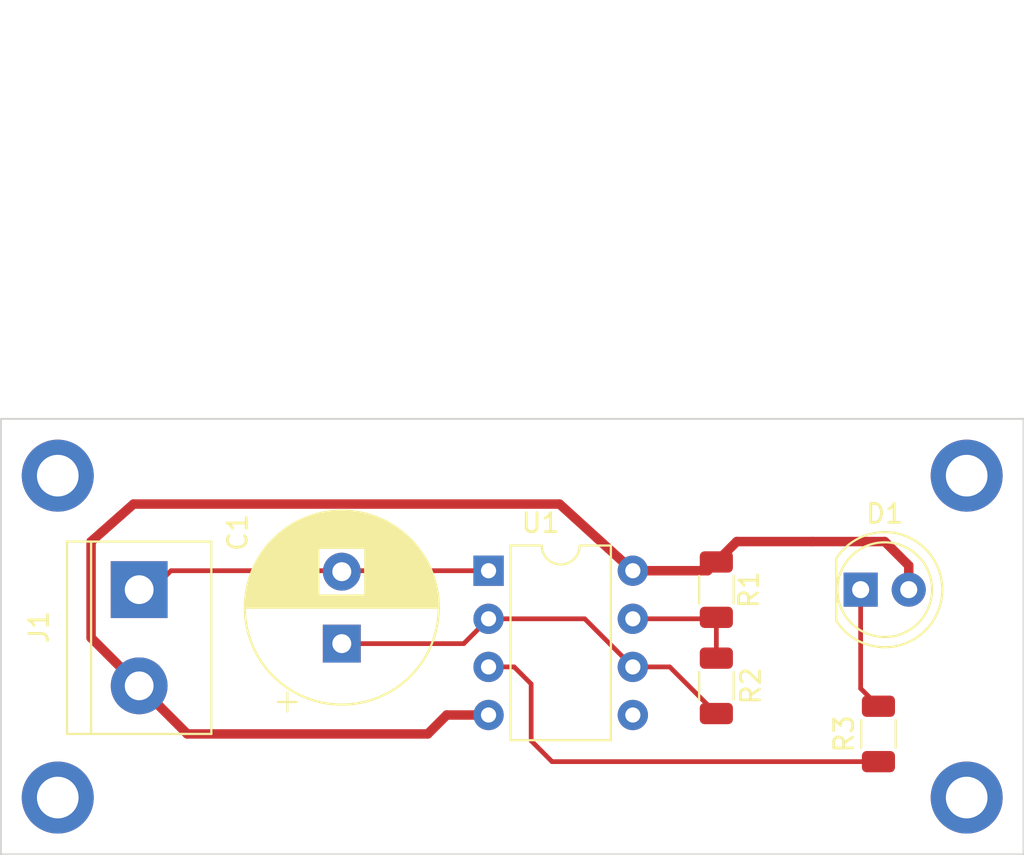
<source format=kicad_pcb>
(kicad_pcb (version 20211014) (generator pcbnew)
  (layers (0 "F.Cu" signal) (31 "B.Cu" signal) (34 "B.Paste" user) (35 "F.Paste" user) (36 "B.SilkS" user "B.Silkscreen") (37 "F.SilkS" user "F.Silkscreen") (38 "B.Mask" user) (39 "F.Mask" user) (44 "Edge.Cuts" user))
  (net 0 "")
  (net 1 "Net-(C1-Pad1)")
  (net 2 "GND")
  (net 3 "Net-(D1-Pad1)")
  (net 4 "+12V")
  (net 5 "Net-(R1-Pad1)")
  (net 6 "OUT_555")
  (footprint "MountingHole:MountingHole_2.2mm_M2_DIN965_Pad" (layer "F.Cu") (at 158 27)
    (fp_text reference "REF**" hide)
    (fp_text value "MountingHole_2.2mm_M2_DIN965_Pad" hide)
    (pad "1" thru_hole circle (at 0 0) (size 3.8 3.8) (drill 2.2) (layers *.Cu *.Mask))
  )
  (footprint "MountingHole:MountingHole_2.2mm_M2_DIN965_Pad" (layer "F.Cu") (at 110 44)
    (fp_text reference "REF**" hide)
    (fp_text value "MountingHole_2.2mm_M2_DIN965_Pad" hide)
    (pad "1" thru_hole circle (at 0 0) (size 3.8 3.8) (drill 2.2) (layers *.Cu *.Mask))
  )
  (footprint "Capacitor_THT:CP_Radial_D10.0mm_P3.80mm" (layer "F.Cu") (at 125 35.870708 90)
    (fp_text reference "C1" (at 5.870708 -5.5 90) (layer "F.SilkS"))
    (fp_text value "10u")
    (fp_line (start -3.579646 -2.875) (end -2.579646 -2.875) (layer "F.SilkS") (width 0.12))
    (fp_line (start 6.581 -2.037) (end 6.581 2.037) (layer "F.SilkS") (width 0.12))
    (fp_line (start 4.221 -4.525) (end 4.221 -1.241) (layer "F.SilkS") (width 0.12))
    (fp_line (start 5.381 -3.716) (end 5.381 3.716) (layer "F.SilkS") (width 0.12))
    (fp_line (start 2.38 -5.058) (end 2.38 5.058) (layer "F.SilkS") (width 0.12))
    (fp_line (start 3.461 1.241) (end 3.461 4.837) (layer "F.SilkS") (width 0.12))
    (fp_line (start 3.221 1.241) (end 3.221 4.907) (layer "F.SilkS") (width 0.12))
    (fp_line (start 4.501 -4.371) (end 4.501 -1.241) (layer "F.SilkS") (width 0.12))
    (fp_line (start 4.101 1.241) (end 4.101 4.584) (layer "F.SilkS") (width 0.12))
    (fp_line (start 6.661 -1.846) (end 6.661 1.846) (layer "F.SilkS") (width 0.12))
    (fp_line (start 4.421 1.241) (end 4.421 4.417) (layer "F.SilkS") (width 0.12))
    (fp_line (start 4.261 -4.504) (end 4.261 -1.241) (layer "F.SilkS") (width 0.12))
    (fp_line (start 5.701 -3.392) (end 5.701 3.392) (layer "F.SilkS") (width 0.12))
    (fp_line (start 5.781 -3.301) (end 5.781 3.301) (layer "F.SilkS") (width 0.12))
    (fp_line (start 3.741 1.241) (end 3.741 4.738) (layer "F.SilkS") (width 0.12))
    (fp_line (start 3.981 1.241) (end 3.981 4.639) (layer "F.SilkS") (width 0.12))
    (fp_line (start 6.021 -3) (end 6.021 3) (layer "F.SilkS") (width 0.12))
    (fp_line (start 5.101 -3.957) (end 5.101 3.957) (layer "F.SilkS") (width 0.12))
    (fp_line (start 2.861 1.241) (end 2.861 4.99) (layer "F.SilkS") (width 0.12))
    (fp_line (start 4.581 -4.323) (end 4.581 -1.241) (layer "F.SilkS") (width 0.12))
    (fp_line (start 3.941 -4.657) (end 3.941 -1.241) (layer "F.SilkS") (width 0.12))
    (fp_line (start 3.541 1.241) (end 3.541 4.811) (layer "F.SilkS") (width 0.12))
    (fp_line (start 4.661 -4.273) (end 4.661 -1.241) (layer "F.SilkS") (width 0.12))
    (fp_line (start 4.301 -4.483) (end 4.301 -1.241) (layer "F.SilkS") (width 0.12))
    (fp_line (start 3.821 1.241) (end 3.821 4.707) (layer "F.SilkS") (width 0.12))
    (fp_line (start 6.741 -1.63) (end 6.741 1.63) (layer "F.SilkS") (width 0.12))
    (fp_line (start 6.101 -2.889) (end 6.101 2.889) (layer "F.SilkS") (width 0.12))
    (fp_line (start 5.941 -3.106) (end 5.941 3.106) (layer "F.SilkS") (width 0.12))
    (fp_line (start 5.501 -3.601) (end 5.501 3.601) (layer "F.SilkS") (width 0.12))
    (fp_line (start 3.621 -4.783) (end 3.621 -1.241) (layer "F.SilkS") (width 0.12))
    (fp_line (start 3.261 -4.897) (end 3.261 -1.241) (layer "F.SilkS") (width 0.12))
    (fp_line (start 6.181 -2.77) (end 6.181 2.77) (layer "F.SilkS") (width 0.12))
    (fp_line (start 4.141 1.241) (end 4.141 4.564) (layer "F.SilkS") (width 0.12))
    (fp_line (start 4.701 -4.247) (end 4.701 -1.241) (layer "F.SilkS") (width 0.12))
    (fp_line (start 5.141 -3.925) (end 5.141 3.925) (layer "F.SilkS") (width 0.12))
    (fp_line (start 3.861 -4.69) (end 3.861 -1.241) (layer "F.SilkS") (width 0.12))
    (fp_line (start 4.101 -4.584) (end 4.101 -1.241) (layer "F.SilkS") (width 0.12))
    (fp_line (start 2.981 -4.965) (end 2.981 -1.241) (layer "F.SilkS") (width 0.12))
    (fp_line (start 2.701 1.241) (end 2.701 5.018) (layer "F.SilkS") (width 0.12))
    (fp_line (start 2.02 -5.079) (end 2.02 5.079) (layer "F.SilkS") (width 0.12))
    (fp_line (start 2.941 -4.974) (end 2.941 -1.241) (layer "F.SilkS") (width 0.12))
    (fp_line (start 1.98 -5.08) (end 1.98 5.08) (layer "F.SilkS") (width 0.12))
    (fp_line (start 5.661 -3.436) (end 5.661 3.436) (layer "F.SilkS") (width 0.12))
    (fp_line (start 4.301 1.241) (end 4.301 4.483) (layer "F.SilkS") (width 0.12))
    (fp_line (start 3.541 -4.811) (end 3.541 -1.241) (layer "F.SilkS") (width 0.12))
    (fp_line (start 2.901 -4.982) (end 2.901 -1.241) (layer "F.SilkS") (width 0.12))
    (fp_line (start 3.141 1.241) (end 3.141 4.928) (layer "F.SilkS") (width 0.12))
    (fp_line (start 2.22 -5.07) (end 2.22 5.07) (layer "F.SilkS") (width 0.12))
    (fp_line (start 3.781 -4.723) (end 3.781 -1.241) (layer "F.SilkS") (width 0.12))
    (fp_line (start 4.621 1.241) (end 4.621 4.298) (layer "F.SilkS") (width 0.12))
    (fp_line (start 3.781 1.241) (end 3.781 4.723) (layer "F.SilkS") (width 0.12))
    (fp_line (start 2.821 1.241) (end 2.821 4.997) (layer "F.SilkS") (width 0.12))
    (fp_line (start 2.661 -5.024) (end 2.661 -1.241) (layer "F.SilkS") (width 0.12))
    (fp_line (start -3.079646 -3.375) (end -3.079646 -2.375) (layer "F.SilkS") (width 0.12))
    (fp_line (start 3.061 -4.947) (end 3.061 -1.241) (layer "F.SilkS") (width 0.12))
    (fp_line (start 4.181 1.241) (end 4.181 4.545) (layer "F.SilkS") (width 0.12))
    (fp_line (start 4.181 -4.545) (end 4.181 -1.241) (layer "F.SilkS") (width 0.12))
    (fp_line (start 4.021 1.241) (end 4.021 4.621) (layer "F.SilkS") (width 0.12))
    (fp_line (start 6.981 -0.599) (end 6.981 0.599) (layer "F.SilkS") (width 0.12))
    (fp_line (start 3.421 -4.85) (end 3.421 -1.241) (layer "F.SilkS") (width 0.12))
    (fp_line (start 2.5 -5.045) (end 2.5 5.045) (layer "F.SilkS") (width 0.12))
    (fp_line (start 6.621 -1.944) (end 6.621 1.944) (layer "F.SilkS") (width 0.12))
    (fp_line (start 2.46 -5.05) (end 2.46 5.05) (layer "F.SilkS") (width 0.12))
    (fp_line (start 2.741 -5.011) (end 2.741 -1.241) (layer "F.SilkS") (width 0.12))
    (fp_line (start 4.581 1.241) (end 4.581 4.323) (layer "F.SilkS") (width 0.12))
    (fp_line (start 6.141 -2.83) (end 6.141 2.83) (layer "F.SilkS") (width 0.12))
    (fp_line (start 3.661 -4.768) (end 3.661 -1.241) (layer "F.SilkS") (width 0.12))
    (fp_line (start 4.261 1.241) (end 4.261 4.504) (layer "F.SilkS") (width 0.12))
    (fp_line (start 6.301 -2.579) (end 6.301 2.579) (layer "F.SilkS") (width 0.12))
    (fp_line (start 4.341 -4.462) (end 4.341 -1.241) (layer "F.SilkS") (width 0.12))
    (fp_line (start 4.141 -4.564) (end 4.141 -1.241) (layer "F.SilkS") (width 0.12))
    (fp_line (start 4.981 1.241) (end 4.981 4.05) (layer "F.SilkS") (width 0.12))
    (fp_line (start 4.621 -4.298) (end 4.621 -1.241) (layer "F.SilkS") (width 0.12))
    (fp_line (start 6.861 -1.23) (end 6.861 1.23) (layer "F.SilkS") (width 0.12))
    (fp_line (start 4.821 1.241) (end 4.821 4.166) (layer "F.SilkS") (width 0.12))
    (fp_line (start 3.581 -4.797) (end 3.581 -1.241) (layer "F.SilkS") (width 0.12))
    (fp_line (start 3.901 -4.674) (end 3.901 -1.241) (layer "F.SilkS") (width 0.12))
    (fp_line (start 4.741 -4.221) (end 4.741 -1.241) (layer "F.SilkS") (width 0.12))
    (fp_line (start 4.861 -4.138) (end 4.861 -1.241) (layer "F.SilkS") (width 0.12))
    (fp_line (start 6.701 -1.742) (end 6.701 1.742) (layer "F.SilkS") (width 0.12))
    (fp_line (start 3.261 1.241) (end 3.261 4.897) (layer "F.SilkS") (width 0.12))
    (fp_line (start 3.101 -4.938) (end 3.101 -1.241) (layer "F.SilkS") (width 0.12))
    (fp_line (start 4.701 1.241) (end 4.701 4.247) (layer "F.SilkS") (width 0.12))
    (fp_line (start 5.461 -3.64) (end 5.461 3.64) (layer "F.SilkS") (width 0.12))
    (fp_line (start 2.901 1.241) (end 2.901 4.982) (layer "F.SilkS") (width 0.12))
    (fp_line (start 4.781 1.241) (end 4.781 4.194) (layer "F.SilkS") (width 0.12))
    (fp_line (start 3.101 1.241) (end 3.101 4.938) (layer "F.SilkS") (width 0.12))
    (fp_line (start 2.661 1.241) (end 2.661 5.024) (layer "F.SilkS") (width 0.12))
    (fp_line (start 2.58 1.241) (end 2.58 5.035) (layer "F.SilkS") (width 0.12))
    (fp_line (start 3.381 1.241) (end 3.381 4.862) (layer "F.SilkS") (width 0.12))
    (fp_line (start 2.821 -4.997) (end 2.821 -1.241) (layer "F.SilkS") (width 0.12))
    (fp_line (start 5.021 -4.02) (end 5.021 -1.241) (layer "F.SilkS") (width 0.12))
    (fp_line (start 5.541 -3.561) (end 5.541 3.561) (layer "F.SilkS") (width 0.12))
    (fp_line (start 3.701 1.241) (end 3.701 4.754) (layer "F.SilkS") (width 0.12))
    (fp_line (start 4.061 -4.603) (end 4.061 -1.241) (layer "F.SilkS") (width 0.12))
    (fp_line (start 3.221 -4.907) (end 3.221 -1.241) (layer "F.SilkS") (width 0.12))
    (fp_line (start 6.261 -2.645) (end 6.261 2.645) (layer "F.SilkS") (width 0.12))
    (fp_line (start 2.34 -5.062) (end 2.34 5.062) (layer "F.SilkS") (width 0.12))
    (fp_line (start 4.741 1.241) (end 4.741 4.221) (layer "F.SilkS") (width 0.12))
    (fp_line (start 6.941 -0.862) (end 6.941 0.862) (layer "F.SilkS") (width 0.12))
    (fp_line (start 6.821 -1.378) (end 6.821 1.378) (layer "F.SilkS") (width 0.12))
    (fp_line (start 3.821 -4.707) (end 3.821 -1.241) (layer "F.SilkS") (width 0.12))
    (fp_line (start 2.621 -5.03) (end 2.621 -1.241) (layer "F.SilkS") (width 0.12))
    (fp_line (start 3.901 1.241) (end 3.901 4.674) (layer "F.SilkS") (width 0.12))
    (fp_line (start 5.341 -3.753) (end 5.341 3.753) (layer "F.SilkS") (width 0.12))
    (fp_line (start 3.301 1.241) (end 3.301 4.885) (layer "F.SilkS") (width 0.12))
    (fp_line (start 4.901 1.241) (end 4.901 4.11) (layer "F.SilkS") (width 0.12))
    (fp_line (start 2.42 -5.054) (end 2.42 5.054) (layer "F.SilkS") (width 0.12))
    (fp_line (start 3.981 -4.639) (end 3.981 -1.241) (layer "F.SilkS") (width 0.12))
    (fp_line (start 3.581 1.241) (end 3.581 4.797) (layer "F.SilkS") (width 0.12))
    (fp_line (start 6.381 -2.439) (end 6.381 2.439) (layer "F.SilkS") (width 0.12))
    (fp_line (start 3.701 -4.754) (end 3.701 -1.241) (layer "F.SilkS") (width 0.12))
    (fp_line (start 5.981 -3.054) (end 5.981 3.054) (layer "F.SilkS") (width 0.12))
    (fp_line (start 3.061 1.241) (end 3.061 4.947) (layer "F.SilkS") (width 0.12))
    (fp_line (start 3.021 1.241) (end 3.021 4.956) (layer "F.SilkS") (width 0.12))
    (fp_line (start 2.18 -5.073) (end 2.18 5.073) (layer "F.SilkS") (width 0.12))
    (fp_line (start 2.621 1.241) (end 2.621 5.03) (layer "F.SilkS") (width 0.12))
    (fp_line (start 2.54 -5.04) (end 2.54 5.04) (layer "F.SilkS") (width 0.12))
    (fp_line (start 4.341 1.241) (end 4.341 4.462) (layer "F.SilkS") (width 0.12))
    (fp_line (start 3.381 -4.862) (end 3.381 -1.241) (layer "F.SilkS") (width 0.12))
    (fp_line (start 6.421 -2.365) (end 6.421 2.365) (layer "F.SilkS") (width 0.12))
    (fp_line (start 3.621 1.241) (end 3.621 4.783) (layer "F.SilkS") (width 0.12))
    (fp_line (start 4.501 1.241) (end 4.501 4.371) (layer "F.SilkS") (width 0.12))
    (fp_line (start 4.541 -4.347) (end 4.541 -1.241) (layer "F.SilkS") (width 0.12))
    (fp_line (start 4.461 -4.395) (end 4.461 -1.241) (layer "F.SilkS") (width 0.12))
    (fp_line (start 2.26 -5.068) (end 2.26 5.068) (layer "F.SilkS") (width 0.12))
    (fp_line (start 4.781 -4.194) (end 4.781 -1.241) (layer "F.SilkS") (width 0.12))
    (fp_line (start 6.541 -2.125) (end 6.541 2.125) (layer "F.SilkS") (width 0.12))
    (fp_line (start 2.3 -5.065) (end 2.3 5.065) (layer "F.SilkS") (width 0.12))
    (fp_line (start 4.421 -4.417) (end 4.421 -1.241) (layer "F.SilkS") (width 0.12))
    (fp_line (start 2.781 -5.004) (end 2.781 -1.241) (layer "F.SilkS") (width 0.12))
    (fp_line (start 6.501 -2.209) (end 6.501 2.209) (layer "F.SilkS") (width 0.12))
    (fp_line (start 3.341 1.241) (end 3.341 4.874) (layer "F.SilkS") (width 0.12))
    (fp_line (start 3.021 -4.956) (end 3.021 -1.241) (layer "F.SilkS") (width 0.12))
    (fp_line (start 4.661 1.241) (end 4.661 4.273) (layer "F.SilkS") (width 0.12))
    (fp_line (start 5.061 -3.989) (end 5.061 3.989) (layer "F.SilkS") (width 0.12))
    (fp_line (start 4.901 -4.11) (end 4.901 -1.241) (layer "F.SilkS") (width 0.12))
    (fp_line (start 4.821 -4.166) (end 4.821 -1.241) (layer "F.SilkS") (width 0.12))
    (fp_line (start 5.581 -3.52) (end 5.581 3.52) (layer "F.SilkS") (width 0.12))
    (fp_line (start 2.14 -5.075) (end 2.14 5.075) (layer "F.SilkS") (width 0.12))
    (fp_line (start 5.901 -3.156) (end 5.901 3.156) (layer "F.SilkS") (width 0.12))
    (fp_line (start 3.181 -4.918) (end 3.181 -1.241) (layer "F.SilkS") (width 0.12))
    (fp_line (start 2.58 -5.035) (end 2.58 -1.241) (layer "F.SilkS") (width 0.12))
    (fp_line (start 4.061 1.241) (end 4.061 4.603) (layer "F.SilkS") (width 0.12))
    (fp_line (start 4.221 1.241) (end 4.221 4.525) (layer "F.SilkS") (width 0.12))
    (fp_line (start 4.981 -4.05) (end 4.981 -1.241) (layer "F.SilkS") (width 0.12))
    (fp_line (start 4.381 -4.44) (end 4.381 -1.241) (layer "F.SilkS") (width 0.12))
    (fp_line (start 5.221 -3.858) (end 5.221 3.858) (layer "F.SilkS") (width 0.12))
    (fp_line (start 3.141 -4.928) (end 3.141 -1.241) (layer "F.SilkS") (width 0.12))
    (fp_line (start 6.781 -1.51) (end 6.781 1.51) (layer "F.SilkS") (width 0.12))
    (fp_line (start 5.021 1.241) (end 5.021 4.02) (layer "F.SilkS") (width 0.12))
    (fp_line (start 4.021 -4.621) (end 4.021 -1.241) (layer "F.SilkS") (width 0.12))
    (fp_line (start 3.421 1.241) (end 3.421 4.85) (layer "F.SilkS") (width 0.12))
    (fp_line (start 1.9 -5.08) (end 1.9 5.08) (layer "F.SilkS") (width 0.12))
    (fp_line (start 5.181 -3.892) (end 5.181 3.892) (layer "F.SilkS") (width 0.12))
    (fp_line (start 3.501 1.241) (end 3.501 4.824) (layer "F.SilkS") (width 0.12))
    (fp_line (start 2.741 1.241) (end 2.741 5.011) (layer "F.SilkS") (width 0.12))
    (fp_line (start 5.861 -3.206) (end 5.861 3.206) (layer "F.SilkS") (width 0.12))
    (fp_line (start 6.061 -2.945) (end 6.061 2.945) (layer "F.SilkS") (width 0.12))
    (fp_line (start 3.301 -4.885) (end 3.301 -1.241) (layer "F.SilkS") (width 0.12))
    (fp_line (start 3.341 -4.874) (end 3.341 -1.241) (layer "F.SilkS") (width 0.12))
    (fp_line (start 2.981 1.241) (end 2.981 4.965) (layer "F.SilkS") (width 0.12))
    (fp_line (start 2.781 1.241) (end 2.781 5.004) (layer "F.SilkS") (width 0.12))
    (fp_line (start 5.821 -3.254) (end 5.821 3.254) (layer "F.SilkS") (width 0.12))
    (fp_line (start 6.461 -2.289) (end 6.461 2.289) (layer "F.SilkS") (width 0.12))
    (fp_line (start 6.221 -2.709) (end 6.221 2.709) (layer "F.SilkS") (width 0.12))
    (fp_line (start 6.901 -1.062) (end 6.901 1.062) (layer "F.SilkS") (width 0.12))
    (fp_line (start 4.941 -4.08) (end 4.941 -1.241) (layer "F.SilkS") (width 0.12))
    (fp_line (start 3.661 1.241) (end 3.661 4.768) (layer "F.SilkS") (width 0.12))
    (fp_line (start 3.741 -4.738) (end 3.741 -1.241) (layer "F.SilkS") (width 0.12))
    (fp_line (start 2.861 -4.99) (end 2.861 -1.241) (layer "F.SilkS") (width 0.12))
    (fp_line (start 2.1 -5.077) (end 2.1 5.077) (layer "F.SilkS") (width 0.12))
    (fp_line (start 4.941 1.241) (end 4.941 4.08) (layer "F.SilkS") (width 0.12))
    (fp_line (start 4.541 1.241) (end 4.541 4.347) (layer "F.SilkS") (width 0.12))
    (fp_line (start 5.301 -3.789) (end 5.301 3.789) (layer "F.SilkS") (width 0.12))
    (fp_line (start 6.341 -2.51) (end 6.341 2.51) (layer "F.SilkS") (width 0.12))
    (fp_line (start 5.421 -3.679) (end 5.421 3.679) (layer "F.SilkS") (width 0.12))
    (fp_line (start 2.06 -5.078) (end 2.06 5.078) (layer "F.SilkS") (width 0.12))
    (fp_line (start 3.461 -4.837) (end 3.461 -1.241) (layer "F.SilkS") (width 0.12))
    (fp_line (start 3.501 -4.824) (end 3.501 -1.241) (layer "F.SilkS") (width 0.12))
    (fp_line (start 4.461 1.241) (end 4.461 4.395) (layer "F.SilkS") (width 0.12))
    (fp_line (start 4.381 1.241) (end 4.381 4.44) (layer "F.SilkS") (width 0.12))
    (fp_line (start 5.621 -3.478) (end 5.621 3.478) (layer "F.SilkS") (width 0.12))
    (fp_line (start 4.861 1.241) (end 4.861 4.138) (layer "F.SilkS") (width 0.12))
    (fp_line (start 2.701 -5.018) (end 2.701 -1.241) (layer "F.SilkS") (width 0.12))
    (fp_line (start 3.861 1.241) (end 3.861 4.69) (layer "F.SilkS") (width 0.12))
    (fp_line (start 3.181 1.241) (end 3.181 4.918) (layer "F.SilkS") (width 0.12))
    (fp_line (start 5.261 -3.824) (end 5.261 3.824) (layer "F.SilkS") (width 0.12))
    (fp_line (start 5.741 -3.347) (end 5.741 3.347) (layer "F.SilkS") (width 0.12))
    (fp_line (start 1.94 -5.08) (end 1.94 5.08) (layer "F.SilkS") (width 0.12))
    (fp_line (start 2.941 1.241) (end 2.941 4.974) (layer "F.SilkS") (width 0.12))
    (fp_line (start 3.941 1.241) (end 3.941 4.657) (layer "F.SilkS") (width 0.12))
    (fp_circle (center 1.9 0) (end 7.02 0) (layer "F.SilkS") (width 0.12) (fill none))
    (pad "1" thru_hole rect (at 0 0 90) (size 2 2) (drill 1) (layers *.Cu *.Mask) (net 1 "Net-(C1-Pad1)"))
    (pad "2" thru_hole circle (at 3.8 0 90) (size 2 2) (drill 1) (layers *.Cu *.Mask) (net 2 "GND"))
  )
  (footprint "TerminalBlock:TerminalBlock_bornier-2_P5.08mm" (layer "F.Cu") (at 114.3 33.02 -90)
    (fp_text reference "J1" (at 1.98 5.3 90) (layer "F.SilkS"))
    (fp_text value "Conn_01x02" hide)
    (fp_line (start 7.62 3.81) (end 7.62 -3.81) (layer "F.SilkS") (width 0.12))
    (fp_line (start -2.54 -3.81) (end -2.54 3.81) (layer "F.SilkS") (width 0.12))
    (fp_line (start 7.62 2.54) (end -2.54 2.54) (layer "F.SilkS") (width 0.12))
    (fp_line (start -2.54 3.81) (end 7.62 3.81) (layer "F.SilkS") (width 0.12))
    (fp_line (start 7.62 -3.81) (end -2.54 -3.81) (layer "F.SilkS") (width 0.12))
    (pad "1" thru_hole rect (at 0 0 270) (size 3 3) (drill 1.52) (layers *.Cu *.Mask) (net 2 "GND"))
    (pad "2" thru_hole circle (at 5.08 0 270) (size 3 3) (drill 1.52) (layers *.Cu *.Mask) (net 4 "+12V"))
  )
  (footprint "MountingHole:MountingHole_2.2mm_M2_DIN965_Pad" (layer "F.Cu") (at 158 44)
    (fp_text reference "REF**" hide)
    (fp_text value "MountingHole_2.2mm_M2_DIN965_Pad" hide)
    (pad "1" thru_hole circle (at 0 0) (size 3.8 3.8) (drill 2.2) (layers *.Cu *.Mask))
  )
  (footprint "LED_THT:LED_D5.0mm_FlatTop" (layer "F.Cu") (at 152.4 33.02)
    (fp_text reference "D1" (at 1.27 -4.01) (layer "F.SilkS"))
    (fp_text value "LED")
    (fp_line (start -1.29 -1.64) (end -1.29 1.64) (layer "F.SilkS") (width 0.12))
    (fp_arc (start -1.29 -1.639512) (mid 2.125106 -2.917258) (end 4.309999 0.001958) (layer "F.SilkS") (width 0.12))
    (fp_arc (start 4.309999 -0.001958) (mid 2.125106 2.917258) (end -1.29 1.639512) (layer "F.SilkS") (width 0.12))
    (fp_circle (center 1.27 0) (end 3.77 0) (layer "F.SilkS") (width 0.12) (fill none))
    (pad "1" thru_hole rect locked (at 0 0) (size 1.8 1.8) (drill 0.9) (layers *.Cu *.Mask) (net 3 "Net-(D1-Pad1)"))
    (pad "2" thru_hole circle (at 2.54 0) (size 1.8 1.8) (drill 0.9) (layers *.Cu *.Mask) (net 4 "+12V"))
  )
  (footprint "MountingHole:MountingHole_2.2mm_M2_DIN965_Pad" (layer "F.Cu") (at 110 27)
    (fp_text reference "REF**" hide)
    (fp_text value "MountingHole_2.2mm_M2_DIN965_Pad" hide)
    (pad "1" thru_hole circle (at 0 0) (size 3.8 3.8) (drill 2.2) (layers *.Cu *.Mask))
  )
  (footprint "Resistor_SMD:R_1206_3216Metric" (layer "F.Cu") (at 144.78 38.1 -90)
    (fp_text reference "R2" (at 0 -1.82 90) (layer "F.SilkS"))
    (fp_text value "18k" hide)
    (fp_line (start -0.727064 0.91) (end 0.727064 0.91) (layer "F.SilkS") (width 0.12))
    (fp_line (start -0.727064 -0.91) (end 0.727064 -0.91) (layer "F.SilkS") (width 0.12))
    (pad "1" smd roundrect (at -1.4625 0 270) (size 1.125 1.75) (layers "F.Cu" "F.Paste" "F.Mask") (roundrect_rratio 0.222222) (net 5 "Net-(R1-Pad1)"))
    (pad "2" smd roundrect (at 1.4625 0 270) (size 1.125 1.75) (layers "F.Cu" "F.Paste" "F.Mask") (roundrect_rratio 0.222222) (net 1 "Net-(C1-Pad1)"))
  )
  (footprint "Resistor_SMD:R_1206_3216Metric" (layer "F.Cu") (at 144.78 33.02 90)
    (fp_text reference "R1" (at 0 1.72 90) (layer "F.SilkS"))
    (fp_text value "6.8k" hide)
    (fp_line (start -0.727064 -0.91) (end 0.727064 -0.91) (layer "F.SilkS") (width 0.12))
    (fp_line (start -0.727064 0.91) (end 0.727064 0.91) (layer "F.SilkS") (width 0.12))
    (pad "1" smd roundrect (at -1.4625 0 90) (size 1.125 1.75) (layers "F.Cu" "F.Paste" "F.Mask") (roundrect_rratio 0.222222) (net 5 "Net-(R1-Pad1)"))
    (pad "2" smd roundrect (at 1.4625 0 90) (size 1.125 1.75) (layers "F.Cu" "F.Paste" "F.Mask") (roundrect_rratio 0.222222) (net 4 "+12V"))
  )
  (footprint "Resistor_SMD:R_1206_3216Metric" (layer "F.Cu") (at 153.34 40.64 90)
    (fp_text reference "R3" (at 0 -1.82 90) (layer "F.SilkS"))
    (fp_text value "220")
    (fp_line (start -0.727064 -0.91) (end 0.727064 -0.91) (layer "F.SilkS") (width 0.12))
    (fp_line (start -0.727064 0.91) (end 0.727064 0.91) (layer "F.SilkS") (width 0.12))
    (pad "1" smd roundrect (at -1.4625 0 90) (size 1.125 1.75) (layers "F.Cu" "F.Paste" "F.Mask") (roundrect_rratio 0.222222) (net 6 "OUT_555"))
    (pad "2" smd roundrect (at 1.4625 0 90) (size 1.125 1.75) (layers "F.Cu" "F.Paste" "F.Mask") (roundrect_rratio 0.222222) (net 3 "Net-(D1-Pad1)"))
  )
  (footprint "Package_DIP:DIP-8_W7.62mm" (layer "F.Cu") (at 132.75 32.02)
    (fp_text reference "U1" (at 2.75 -2.52) (layer "F.SilkS"))
    (fp_text value "NE555P")
    (fp_line (start 1.16 -1.33) (end 1.16 8.95) (layer "F.SilkS") (width 0.12))
    (fp_line (start 2.81 -1.33) (end 1.16 -1.33) (layer "F.SilkS") (width 0.12))
    (fp_line (start 6.46 8.95) (end 6.46 -1.33) (layer "F.SilkS") (width 0.12))
    (fp_line (start 6.46 -1.33) (end 4.81 -1.33) (layer "F.SilkS") (width 0.12))
    (fp_line (start 1.16 8.95) (end 6.46 8.95) (layer "F.SilkS") (width 0.12))
    (fp_arc (start 4.81 -1.33) (mid 3.81 -0.33) (end 2.81 -1.33) (layer "F.SilkS") (width 0.12))
    (pad "1" thru_hole rect (at 0 0) (size 1.6 1.6) (drill 0.8) (layers *.Cu *.Mask) (net 2 "GND"))
    (pad "2" thru_hole oval (at 0 2.54) (size 1.6 1.6) (drill 0.8) (layers *.Cu *.Mask) (net 1 "Net-(C1-Pad1)"))
    (pad "3" thru_hole oval (at 0 5.08) (size 1.6 1.6) (drill 0.8) (layers *.Cu *.Mask) (net 6 "OUT_555"))
    (pad "4" thru_hole oval (at 0 7.62) (size 1.6 1.6) (drill 0.8) (layers *.Cu *.Mask) (net 4 "+12V"))
    (pad "5" thru_hole oval (at 7.62 7.62) (size 1.6 1.6) (drill 0.8) (layers *.Cu *.Mask))
    (pad "6" thru_hole oval (at 7.62 5.08) (size 1.6 1.6) (drill 0.8) (layers *.Cu *.Mask) (net 1 "Net-(C1-Pad1)"))
    (pad "7" thru_hole oval (at 7.62 2.54) (size 1.6 1.6) (drill 0.8) (layers *.Cu *.Mask) (net 5 "Net-(R1-Pad1)"))
    (pad "8" thru_hole oval (at 7.62 0) (size 1.6 1.6) (drill 0.8) (layers *.Cu *.Mask) (net 4 "+12V"))
  )
  (gr_rect (start 107 24) (end 161 47) (layer "Edge.Cuts") (width 0.1) (fill none))
  (segment (start 140.37 37.1) (end 142.3175 37.1) (width 0.25) (layer "F.Cu") (net 1))
  (segment (start 125 35.870708) (end 131.439292 35.870708) (width 0.25) (layer "F.Cu") (net 1))
  (segment (start 132.75 34.56) (end 137.83 34.56) (width 0.25) (layer "F.Cu") (net 1))
  (segment (start 131.439292 35.870708) (end 132.75 34.56) (width 0.25) (layer "F.Cu") (net 1))
  (segment (start 142.3175 37.1) (end 144.78 39.5625) (width 0.25) (layer "F.Cu") (net 1))
  (segment (start 137.83 34.56) (end 140.37 37.1) (width 0.25) (layer "F.Cu") (net 1))
  (segment (start 114.98 33.02) (end 115.98 32.02) (width 0.25) (layer "F.Cu") (net 2))
  (segment (start 115.98 32.02) (end 132.75 32.02) (width 0.25) (layer "F.Cu") (net 2))
  (segment (start 114.3 33.02) (end 114.98 33.02) (width 0.25) (layer "F.Cu") (net 2))
  (segment (start 152.4 38.2375) (end 153.34 39.1775) (width 0.25) (layer "F.Cu") (net 3))
  (segment (start 152.4 33.02) (end 152.4 38.2375) (width 0.25) (layer "F.Cu") (net 3))
  (segment (start 114.3 38.1) (end 111.76 35.56) (width 0.5) (layer "F.Cu") (net 4))
  (segment (start 149.86 30.48) (end 153.672792 30.48) (width 0.5) (layer "F.Cu") (net 4))
  (segment (start 154.94 31.747208) (end 154.94 33.02) (width 0.5) (layer "F.Cu") (net 4))
  (segment (start 111.76 30.48) (end 114 28.5) (width 0.5) (layer "F.Cu") (net 4))
  (segment (start 116.84 40.64) (end 129.54 40.64) (width 0.5) (layer "F.Cu") (net 4))
  (segment (start 145.8575 30.48) (end 149.86 30.48) (width 0.5) (layer "F.Cu") (net 4))
  (segment (start 129.54 40.64) (end 130.54 39.64) (width 0.5) (layer "F.Cu") (net 4))
  (segment (start 114.3 38.1) (end 116.84 40.64) (width 0.5) (layer "F.Cu") (net 4))
  (segment (start 136.5 28.5) (end 140.37 32.02) (width 0.5) (layer "F.Cu") (net 4))
  (segment (start 130.54 39.64) (end 132.75 39.64) (width 0.5) (layer "F.Cu") (net 4))
  (segment (start 111.76 35.56) (end 111.76 30.48) (width 0.5) (layer "F.Cu") (net 4))
  (segment (start 114 28.5) (end 136.5 28.5) (width 0.5) (layer "F.Cu") (net 4))
  (segment (start 153.672792 30.48) (end 154.94 31.747208) (width 0.5) (layer "F.Cu") (net 4))
  (segment (start 140.37 32.02) (end 144.3175 32.02) (width 0.5) (layer "F.Cu") (net 4))
  (segment (start 144.78 31.5575) (end 145.8575 30.48) (width 0.5) (layer "F.Cu") (net 4))
  (segment (start 144.3175 32.02) (end 144.78 31.5575) (width 0.5) (layer "F.Cu") (net 4))
  (segment (start 140.37 34.56) (end 144.7025 34.56) (width 0.25) (layer "F.Cu") (net 5))
  (segment (start 144.78 34.4825) (end 144.78 36.6375) (width 0.25) (layer "F.Cu") (net 5))
  (segment (start 144.7025 34.56) (end 144.78 34.4825) (width 0.25) (layer "F.Cu") (net 5))
  (segment (start 153.34 42.1025) (end 136.1025 42.1025) (width 0.25) (layer "F.Cu") (net 6))
  (segment (start 135 41) (end 135 38) (width 0.25) (layer "F.Cu") (net 6))
  (segment (start 132.75 37.1) (end 134.1 37.1) (width 0.25) (layer "F.Cu") (net 6))
  (segment (start 136.1025 42.1025) (end 135 41) (width 0.25) (layer "F.Cu") (net 6))
  (segment (start 134.1 37.1) (end 135 38) (width 0.25) (layer "F.Cu") (net 6))
)
</source>
